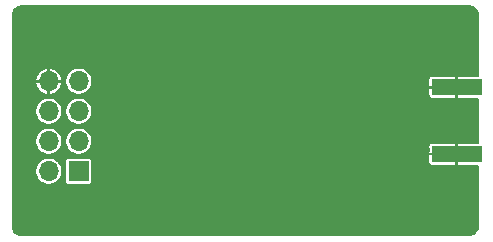
<source format=gbr>
%TF.GenerationSoftware,KiCad,Pcbnew,(5.1.6)-1*%
%TF.CreationDate,2020-08-19T15:04:17+02:00*%
%TF.ProjectId,nRF24module,6e524632-346d-46f6-9475-6c652e6b6963,1*%
%TF.SameCoordinates,Original*%
%TF.FileFunction,Copper,L2,Bot*%
%TF.FilePolarity,Positive*%
%FSLAX46Y46*%
G04 Gerber Fmt 4.6, Leading zero omitted, Abs format (unit mm)*
G04 Created by KiCad (PCBNEW (5.1.6)-1) date 2020-08-19 15:04:17*
%MOMM*%
%LPD*%
G01*
G04 APERTURE LIST*
%TA.AperFunction,ComponentPad*%
%ADD10O,1.700000X1.700000*%
%TD*%
%TA.AperFunction,ComponentPad*%
%ADD11R,1.700000X1.700000*%
%TD*%
%TA.AperFunction,SMDPad,CuDef*%
%ADD12R,4.200000X1.350000*%
%TD*%
%TA.AperFunction,ViaPad*%
%ADD13C,0.600000*%
%TD*%
%TA.AperFunction,Conductor*%
%ADD14C,0.200000*%
%TD*%
G04 APERTURE END LIST*
D10*
%TO.P,H1,8*%
%TO.N,GND*%
X122960000Y-98660000D03*
%TO.P,H1,7*%
%TO.N,+3V3*%
X125500000Y-98660000D03*
%TO.P,H1,6*%
%TO.N,CE*%
X122960000Y-101200000D03*
%TO.P,H1,5*%
%TO.N,CSn*%
X125500000Y-101200000D03*
%TO.P,H1,4*%
%TO.N,SCLK*%
X122960000Y-103740000D03*
%TO.P,H1,3*%
%TO.N,MOSI*%
X125500000Y-103740000D03*
%TO.P,H1,2*%
%TO.N,MISO*%
X122960000Y-106280000D03*
D11*
%TO.P,H1,1*%
%TO.N,IRQ*%
X125500000Y-106280000D03*
%TD*%
D12*
%TO.P,J1,2*%
%TO.N,GND*%
X157500000Y-99175000D03*
X157500000Y-104825000D03*
%TD*%
D13*
%TO.N,GND*%
X159000000Y-99000000D03*
X156000000Y-99000000D03*
X158500000Y-105000000D03*
X156500000Y-105000000D03*
X130500000Y-106000000D03*
X132500000Y-108000000D03*
X142700000Y-101200000D03*
X141800000Y-102100000D03*
X140000000Y-103500000D03*
X139000000Y-103500000D03*
X138000000Y-103500000D03*
X137000000Y-103500000D03*
X139000000Y-104500000D03*
X140000000Y-104500000D03*
X140000000Y-105500000D03*
X139000000Y-105500000D03*
X131800000Y-103000000D03*
X131800000Y-102100000D03*
X130600000Y-102100000D03*
X133000000Y-99000000D03*
X133000000Y-98000000D03*
X135000000Y-98000000D03*
X135000000Y-99000000D03*
X136000000Y-98000000D03*
X136000000Y-99000000D03*
X137000000Y-98000000D03*
X137000000Y-99000000D03*
X138000000Y-98000000D03*
X138000000Y-99000000D03*
X139000000Y-98000000D03*
X139000000Y-99000000D03*
X140000000Y-98000000D03*
X140000000Y-99000000D03*
X140000000Y-100000000D03*
X139000000Y-100000000D03*
X138000000Y-100000000D03*
X137000000Y-100000000D03*
X136000000Y-100000000D03*
X135000000Y-100000000D03*
X135000000Y-101000000D03*
X136000000Y-101000000D03*
X137000000Y-101000000D03*
X138000000Y-101000000D03*
X134000000Y-101000000D03*
X134000000Y-100000000D03*
X127000000Y-99000000D03*
X128000000Y-99000000D03*
X128000000Y-100000000D03*
X129000000Y-100000000D03*
X121000000Y-98000000D03*
X121000000Y-97000000D03*
X121000000Y-96000000D03*
X122000000Y-96000000D03*
X121000000Y-99000000D03*
X121000000Y-100000000D03*
X121000000Y-101000000D03*
X121000000Y-102000000D03*
X121000000Y-103000000D03*
X121000000Y-104000000D03*
X121000000Y-105000000D03*
X121000000Y-106000000D03*
X121000000Y-107000000D03*
X121000000Y-108000000D03*
X121000000Y-109000000D03*
X134000000Y-108500000D03*
X135000000Y-108500000D03*
X136000000Y-108500000D03*
X137000000Y-108500000D03*
X138000000Y-108500000D03*
X139000000Y-108500000D03*
X139000000Y-107500000D03*
X138000000Y-107500000D03*
X137000000Y-107500000D03*
X136000000Y-107500000D03*
X135000000Y-107500000D03*
X136000000Y-106500000D03*
X135000000Y-105500000D03*
X133500000Y-105000000D03*
X127500000Y-108000000D03*
X140000000Y-107500000D03*
X142000000Y-108500000D03*
X143000000Y-108500000D03*
X143000000Y-107500000D03*
X144000000Y-104500000D03*
X144000000Y-103500000D03*
X145000000Y-104500000D03*
X146000000Y-104500000D03*
X147000000Y-104500000D03*
X147000000Y-103500000D03*
X148000000Y-103500000D03*
X148000000Y-104500000D03*
X149000000Y-103500000D03*
X149000000Y-104500000D03*
X150000000Y-103500000D03*
X150000000Y-104500000D03*
X151000000Y-104500000D03*
X152000000Y-104500000D03*
X152000000Y-103500000D03*
X153000000Y-103500000D03*
X153000000Y-104500000D03*
X154000000Y-104500000D03*
X155000000Y-104500000D03*
X155000000Y-103500000D03*
X156000000Y-106500000D03*
X157000000Y-106500000D03*
X158000000Y-106500000D03*
X144000000Y-100000000D03*
X145000000Y-100000000D03*
X145000000Y-101000000D03*
X146000000Y-100000000D03*
X147000000Y-100000000D03*
X148000000Y-100000000D03*
X148000000Y-101000000D03*
X149000000Y-101000000D03*
X149000000Y-100000000D03*
X150000000Y-100000000D03*
X151000000Y-100000000D03*
X151000000Y-101000000D03*
X152000000Y-101000000D03*
X153000000Y-101000000D03*
X154000000Y-101000000D03*
X155000000Y-101000000D03*
X155000000Y-100000000D03*
X154000000Y-100000000D03*
X153000000Y-100000000D03*
X152000000Y-100000000D03*
X144000000Y-98000000D03*
X144000000Y-99000000D03*
X144000000Y-97000000D03*
X143000000Y-97000000D03*
X122000000Y-95000000D03*
X121000000Y-95000000D03*
X131000000Y-95000000D03*
X132000000Y-95000000D03*
X133000000Y-95000000D03*
X134000000Y-95000000D03*
X135000000Y-95000000D03*
X136000000Y-95000000D03*
X137000000Y-95000000D03*
X145000000Y-107000000D03*
X147500000Y-107000000D03*
X150000000Y-107000000D03*
X152500000Y-107000000D03*
X155000000Y-107000000D03*
X145000000Y-109500000D03*
X147500000Y-109500000D03*
X150000000Y-109500000D03*
X152500000Y-109500000D03*
X155000000Y-109500000D03*
X155000000Y-97000000D03*
X152500000Y-97000000D03*
X150000000Y-97000000D03*
X147500000Y-97000000D03*
X147500000Y-94500000D03*
X150000000Y-94500000D03*
X152500000Y-94500000D03*
X155000000Y-94500000D03*
X126250000Y-108000000D03*
X125000000Y-108000000D03*
X123750000Y-108000000D03*
X122000000Y-97000000D03*
X123000000Y-97000000D03*
X123000000Y-96000000D03*
X123000000Y-95000000D03*
X124000000Y-95000000D03*
X124000000Y-96000000D03*
X124000000Y-97000000D03*
X125000000Y-97000000D03*
X125000000Y-96000000D03*
X125000000Y-95000000D03*
X126250000Y-95000000D03*
X127250000Y-95000000D03*
X128250000Y-95000000D03*
X129500000Y-95000000D03*
X129500000Y-96000000D03*
X128250000Y-96000000D03*
X127250000Y-96000000D03*
X126250000Y-96000000D03*
X126250000Y-97000000D03*
X127250000Y-97000000D03*
X128250000Y-97000000D03*
X129500000Y-97000000D03*
%TD*%
D14*
%TO.N,GND*%
G36*
X158730805Y-92339384D02*
G01*
X158856629Y-92377373D01*
X158972675Y-92439076D01*
X159074532Y-92522148D01*
X159158310Y-92623418D01*
X159220819Y-92739027D01*
X159259686Y-92864586D01*
X159275001Y-93010295D01*
X159275000Y-98198784D01*
X157600000Y-98200000D01*
X157525000Y-98275000D01*
X157525000Y-99150000D01*
X157545000Y-99150000D01*
X157545000Y-99200000D01*
X157525000Y-99200000D01*
X157525000Y-100075000D01*
X157600000Y-100150000D01*
X159275000Y-100151216D01*
X159275000Y-103848784D01*
X157600000Y-103850000D01*
X157525000Y-103925000D01*
X157525000Y-104800000D01*
X157545000Y-104800000D01*
X157545000Y-104850000D01*
X157525000Y-104850000D01*
X157525000Y-105725000D01*
X157600000Y-105800000D01*
X159275000Y-105801216D01*
X159275001Y-110984094D01*
X159260616Y-111130805D01*
X159222627Y-111256629D01*
X159160924Y-111372675D01*
X159077853Y-111474531D01*
X158976586Y-111558307D01*
X158860973Y-111620819D01*
X158735410Y-111659687D01*
X158589716Y-111675000D01*
X120615896Y-111675000D01*
X120469195Y-111660616D01*
X120343371Y-111622627D01*
X120227325Y-111560924D01*
X120125469Y-111477853D01*
X120041693Y-111376586D01*
X119979181Y-111260973D01*
X119940313Y-111135410D01*
X119925000Y-110989716D01*
X119925000Y-106166735D01*
X121810000Y-106166735D01*
X121810000Y-106393265D01*
X121854194Y-106615443D01*
X121940884Y-106824729D01*
X122066737Y-107013082D01*
X122226918Y-107173263D01*
X122415271Y-107299116D01*
X122624557Y-107385806D01*
X122846735Y-107430000D01*
X123073265Y-107430000D01*
X123295443Y-107385806D01*
X123504729Y-107299116D01*
X123693082Y-107173263D01*
X123853263Y-107013082D01*
X123979116Y-106824729D01*
X124065806Y-106615443D01*
X124110000Y-106393265D01*
X124110000Y-106166735D01*
X124065806Y-105944557D01*
X123979116Y-105735271D01*
X123853263Y-105546918D01*
X123736345Y-105430000D01*
X124348549Y-105430000D01*
X124348549Y-107130000D01*
X124354341Y-107188810D01*
X124371496Y-107245360D01*
X124399353Y-107297477D01*
X124436842Y-107343158D01*
X124482523Y-107380647D01*
X124534640Y-107408504D01*
X124591190Y-107425659D01*
X124650000Y-107431451D01*
X126350000Y-107431451D01*
X126408810Y-107425659D01*
X126465360Y-107408504D01*
X126517477Y-107380647D01*
X126563158Y-107343158D01*
X126600647Y-107297477D01*
X126628504Y-107245360D01*
X126645659Y-107188810D01*
X126651451Y-107130000D01*
X126651451Y-105500000D01*
X155098548Y-105500000D01*
X155104340Y-105558810D01*
X155121495Y-105615361D01*
X155149352Y-105667478D01*
X155186841Y-105713159D01*
X155232522Y-105750648D01*
X155284639Y-105778505D01*
X155341190Y-105795660D01*
X155400000Y-105801452D01*
X157400000Y-105800000D01*
X157475000Y-105725000D01*
X157475000Y-104850000D01*
X155175000Y-104850000D01*
X155100000Y-104925000D01*
X155098548Y-105500000D01*
X126651451Y-105500000D01*
X126651451Y-105430000D01*
X126645659Y-105371190D01*
X126628504Y-105314640D01*
X126600647Y-105262523D01*
X126563158Y-105216842D01*
X126517477Y-105179353D01*
X126465360Y-105151496D01*
X126408810Y-105134341D01*
X126350000Y-105128549D01*
X124650000Y-105128549D01*
X124591190Y-105134341D01*
X124534640Y-105151496D01*
X124482523Y-105179353D01*
X124436842Y-105216842D01*
X124399353Y-105262523D01*
X124371496Y-105314640D01*
X124354341Y-105371190D01*
X124348549Y-105430000D01*
X123736345Y-105430000D01*
X123693082Y-105386737D01*
X123504729Y-105260884D01*
X123295443Y-105174194D01*
X123073265Y-105130000D01*
X122846735Y-105130000D01*
X122624557Y-105174194D01*
X122415271Y-105260884D01*
X122226918Y-105386737D01*
X122066737Y-105546918D01*
X121940884Y-105735271D01*
X121854194Y-105944557D01*
X121810000Y-106166735D01*
X119925000Y-106166735D01*
X119925000Y-103626735D01*
X121810000Y-103626735D01*
X121810000Y-103853265D01*
X121854194Y-104075443D01*
X121940884Y-104284729D01*
X122066737Y-104473082D01*
X122226918Y-104633263D01*
X122415271Y-104759116D01*
X122624557Y-104845806D01*
X122846735Y-104890000D01*
X123073265Y-104890000D01*
X123295443Y-104845806D01*
X123504729Y-104759116D01*
X123693082Y-104633263D01*
X123853263Y-104473082D01*
X123979116Y-104284729D01*
X124065806Y-104075443D01*
X124110000Y-103853265D01*
X124110000Y-103626735D01*
X124350000Y-103626735D01*
X124350000Y-103853265D01*
X124394194Y-104075443D01*
X124480884Y-104284729D01*
X124606737Y-104473082D01*
X124766918Y-104633263D01*
X124955271Y-104759116D01*
X125164557Y-104845806D01*
X125386735Y-104890000D01*
X125613265Y-104890000D01*
X125835443Y-104845806D01*
X126044729Y-104759116D01*
X126233082Y-104633263D01*
X126393263Y-104473082D01*
X126519116Y-104284729D01*
X126574923Y-104150000D01*
X155098548Y-104150000D01*
X155100000Y-104725000D01*
X155175000Y-104800000D01*
X157475000Y-104800000D01*
X157475000Y-103925000D01*
X157400000Y-103850000D01*
X155400000Y-103848548D01*
X155341190Y-103854340D01*
X155284639Y-103871495D01*
X155232522Y-103899352D01*
X155186841Y-103936841D01*
X155149352Y-103982522D01*
X155121495Y-104034639D01*
X155104340Y-104091190D01*
X155098548Y-104150000D01*
X126574923Y-104150000D01*
X126605806Y-104075443D01*
X126650000Y-103853265D01*
X126650000Y-103626735D01*
X126605806Y-103404557D01*
X126519116Y-103195271D01*
X126393263Y-103006918D01*
X126233082Y-102846737D01*
X126044729Y-102720884D01*
X125835443Y-102634194D01*
X125613265Y-102590000D01*
X125386735Y-102590000D01*
X125164557Y-102634194D01*
X124955271Y-102720884D01*
X124766918Y-102846737D01*
X124606737Y-103006918D01*
X124480884Y-103195271D01*
X124394194Y-103404557D01*
X124350000Y-103626735D01*
X124110000Y-103626735D01*
X124065806Y-103404557D01*
X123979116Y-103195271D01*
X123853263Y-103006918D01*
X123693082Y-102846737D01*
X123504729Y-102720884D01*
X123295443Y-102634194D01*
X123073265Y-102590000D01*
X122846735Y-102590000D01*
X122624557Y-102634194D01*
X122415271Y-102720884D01*
X122226918Y-102846737D01*
X122066737Y-103006918D01*
X121940884Y-103195271D01*
X121854194Y-103404557D01*
X121810000Y-103626735D01*
X119925000Y-103626735D01*
X119925000Y-101086735D01*
X121810000Y-101086735D01*
X121810000Y-101313265D01*
X121854194Y-101535443D01*
X121940884Y-101744729D01*
X122066737Y-101933082D01*
X122226918Y-102093263D01*
X122415271Y-102219116D01*
X122624557Y-102305806D01*
X122846735Y-102350000D01*
X123073265Y-102350000D01*
X123295443Y-102305806D01*
X123504729Y-102219116D01*
X123693082Y-102093263D01*
X123853263Y-101933082D01*
X123979116Y-101744729D01*
X124065806Y-101535443D01*
X124110000Y-101313265D01*
X124110000Y-101086735D01*
X124350000Y-101086735D01*
X124350000Y-101313265D01*
X124394194Y-101535443D01*
X124480884Y-101744729D01*
X124606737Y-101933082D01*
X124766918Y-102093263D01*
X124955271Y-102219116D01*
X125164557Y-102305806D01*
X125386735Y-102350000D01*
X125613265Y-102350000D01*
X125835443Y-102305806D01*
X126044729Y-102219116D01*
X126233082Y-102093263D01*
X126393263Y-101933082D01*
X126519116Y-101744729D01*
X126605806Y-101535443D01*
X126650000Y-101313265D01*
X126650000Y-101086735D01*
X126605806Y-100864557D01*
X126519116Y-100655271D01*
X126393263Y-100466918D01*
X126233082Y-100306737D01*
X126044729Y-100180884D01*
X125835443Y-100094194D01*
X125613265Y-100050000D01*
X125386735Y-100050000D01*
X125164557Y-100094194D01*
X124955271Y-100180884D01*
X124766918Y-100306737D01*
X124606737Y-100466918D01*
X124480884Y-100655271D01*
X124394194Y-100864557D01*
X124350000Y-101086735D01*
X124110000Y-101086735D01*
X124065806Y-100864557D01*
X123979116Y-100655271D01*
X123853263Y-100466918D01*
X123693082Y-100306737D01*
X123504729Y-100180884D01*
X123295443Y-100094194D01*
X123073265Y-100050000D01*
X122846735Y-100050000D01*
X122624557Y-100094194D01*
X122415271Y-100180884D01*
X122226918Y-100306737D01*
X122066737Y-100466918D01*
X121940884Y-100655271D01*
X121854194Y-100864557D01*
X121810000Y-101086735D01*
X119925000Y-101086735D01*
X119925000Y-99850000D01*
X155098548Y-99850000D01*
X155104340Y-99908810D01*
X155121495Y-99965361D01*
X155149352Y-100017478D01*
X155186841Y-100063159D01*
X155232522Y-100100648D01*
X155284639Y-100128505D01*
X155341190Y-100145660D01*
X155400000Y-100151452D01*
X157400000Y-100150000D01*
X157475000Y-100075000D01*
X157475000Y-99200000D01*
X155175000Y-99200000D01*
X155100000Y-99275000D01*
X155098548Y-99850000D01*
X119925000Y-99850000D01*
X119925000Y-98864549D01*
X121828338Y-98864549D01*
X121836203Y-98904091D01*
X121905416Y-99118643D01*
X122015156Y-99315569D01*
X122161206Y-99487302D01*
X122337953Y-99627243D01*
X122538605Y-99730013D01*
X122755451Y-99791663D01*
X122935000Y-99734729D01*
X122935000Y-98685000D01*
X122985000Y-98685000D01*
X122985000Y-99734729D01*
X123164549Y-99791663D01*
X123381395Y-99730013D01*
X123582047Y-99627243D01*
X123758794Y-99487302D01*
X123904844Y-99315569D01*
X124014584Y-99118643D01*
X124083797Y-98904091D01*
X124091662Y-98864549D01*
X124034709Y-98685000D01*
X122985000Y-98685000D01*
X122935000Y-98685000D01*
X121885291Y-98685000D01*
X121828338Y-98864549D01*
X119925000Y-98864549D01*
X119925000Y-98455451D01*
X121828338Y-98455451D01*
X121885291Y-98635000D01*
X122935000Y-98635000D01*
X122935000Y-97585271D01*
X122985000Y-97585271D01*
X122985000Y-98635000D01*
X124034709Y-98635000D01*
X124062706Y-98546735D01*
X124350000Y-98546735D01*
X124350000Y-98773265D01*
X124394194Y-98995443D01*
X124480884Y-99204729D01*
X124606737Y-99393082D01*
X124766918Y-99553263D01*
X124955271Y-99679116D01*
X125164557Y-99765806D01*
X125386735Y-99810000D01*
X125613265Y-99810000D01*
X125835443Y-99765806D01*
X126044729Y-99679116D01*
X126233082Y-99553263D01*
X126393263Y-99393082D01*
X126519116Y-99204729D01*
X126605806Y-98995443D01*
X126650000Y-98773265D01*
X126650000Y-98546735D01*
X126640704Y-98500000D01*
X155098548Y-98500000D01*
X155100000Y-99075000D01*
X155175000Y-99150000D01*
X157475000Y-99150000D01*
X157475000Y-98275000D01*
X157400000Y-98200000D01*
X155400000Y-98198548D01*
X155341190Y-98204340D01*
X155284639Y-98221495D01*
X155232522Y-98249352D01*
X155186841Y-98286841D01*
X155149352Y-98332522D01*
X155121495Y-98384639D01*
X155104340Y-98441190D01*
X155098548Y-98500000D01*
X126640704Y-98500000D01*
X126605806Y-98324557D01*
X126519116Y-98115271D01*
X126393263Y-97926918D01*
X126233082Y-97766737D01*
X126044729Y-97640884D01*
X125835443Y-97554194D01*
X125613265Y-97510000D01*
X125386735Y-97510000D01*
X125164557Y-97554194D01*
X124955271Y-97640884D01*
X124766918Y-97766737D01*
X124606737Y-97926918D01*
X124480884Y-98115271D01*
X124394194Y-98324557D01*
X124350000Y-98546735D01*
X124062706Y-98546735D01*
X124091662Y-98455451D01*
X124083797Y-98415909D01*
X124014584Y-98201357D01*
X123904844Y-98004431D01*
X123758794Y-97832698D01*
X123582047Y-97692757D01*
X123381395Y-97589987D01*
X123164549Y-97528337D01*
X122985000Y-97585271D01*
X122935000Y-97585271D01*
X122755451Y-97528337D01*
X122538605Y-97589987D01*
X122337953Y-97692757D01*
X122161206Y-97832698D01*
X122015156Y-98004431D01*
X121905416Y-98201357D01*
X121836203Y-98415909D01*
X121828338Y-98455451D01*
X119925000Y-98455451D01*
X119925000Y-93015897D01*
X119939384Y-92869195D01*
X119977373Y-92743371D01*
X120039076Y-92627325D01*
X120122148Y-92525468D01*
X120223418Y-92441690D01*
X120339027Y-92379181D01*
X120464586Y-92340314D01*
X120610285Y-92325000D01*
X158584103Y-92325000D01*
X158730805Y-92339384D01*
G37*
X158730805Y-92339384D02*
X158856629Y-92377373D01*
X158972675Y-92439076D01*
X159074532Y-92522148D01*
X159158310Y-92623418D01*
X159220819Y-92739027D01*
X159259686Y-92864586D01*
X159275001Y-93010295D01*
X159275000Y-98198784D01*
X157600000Y-98200000D01*
X157525000Y-98275000D01*
X157525000Y-99150000D01*
X157545000Y-99150000D01*
X157545000Y-99200000D01*
X157525000Y-99200000D01*
X157525000Y-100075000D01*
X157600000Y-100150000D01*
X159275000Y-100151216D01*
X159275000Y-103848784D01*
X157600000Y-103850000D01*
X157525000Y-103925000D01*
X157525000Y-104800000D01*
X157545000Y-104800000D01*
X157545000Y-104850000D01*
X157525000Y-104850000D01*
X157525000Y-105725000D01*
X157600000Y-105800000D01*
X159275000Y-105801216D01*
X159275001Y-110984094D01*
X159260616Y-111130805D01*
X159222627Y-111256629D01*
X159160924Y-111372675D01*
X159077853Y-111474531D01*
X158976586Y-111558307D01*
X158860973Y-111620819D01*
X158735410Y-111659687D01*
X158589716Y-111675000D01*
X120615896Y-111675000D01*
X120469195Y-111660616D01*
X120343371Y-111622627D01*
X120227325Y-111560924D01*
X120125469Y-111477853D01*
X120041693Y-111376586D01*
X119979181Y-111260973D01*
X119940313Y-111135410D01*
X119925000Y-110989716D01*
X119925000Y-106166735D01*
X121810000Y-106166735D01*
X121810000Y-106393265D01*
X121854194Y-106615443D01*
X121940884Y-106824729D01*
X122066737Y-107013082D01*
X122226918Y-107173263D01*
X122415271Y-107299116D01*
X122624557Y-107385806D01*
X122846735Y-107430000D01*
X123073265Y-107430000D01*
X123295443Y-107385806D01*
X123504729Y-107299116D01*
X123693082Y-107173263D01*
X123853263Y-107013082D01*
X123979116Y-106824729D01*
X124065806Y-106615443D01*
X124110000Y-106393265D01*
X124110000Y-106166735D01*
X124065806Y-105944557D01*
X123979116Y-105735271D01*
X123853263Y-105546918D01*
X123736345Y-105430000D01*
X124348549Y-105430000D01*
X124348549Y-107130000D01*
X124354341Y-107188810D01*
X124371496Y-107245360D01*
X124399353Y-107297477D01*
X124436842Y-107343158D01*
X124482523Y-107380647D01*
X124534640Y-107408504D01*
X124591190Y-107425659D01*
X124650000Y-107431451D01*
X126350000Y-107431451D01*
X126408810Y-107425659D01*
X126465360Y-107408504D01*
X126517477Y-107380647D01*
X126563158Y-107343158D01*
X126600647Y-107297477D01*
X126628504Y-107245360D01*
X126645659Y-107188810D01*
X126651451Y-107130000D01*
X126651451Y-105500000D01*
X155098548Y-105500000D01*
X155104340Y-105558810D01*
X155121495Y-105615361D01*
X155149352Y-105667478D01*
X155186841Y-105713159D01*
X155232522Y-105750648D01*
X155284639Y-105778505D01*
X155341190Y-105795660D01*
X155400000Y-105801452D01*
X157400000Y-105800000D01*
X157475000Y-105725000D01*
X157475000Y-104850000D01*
X155175000Y-104850000D01*
X155100000Y-104925000D01*
X155098548Y-105500000D01*
X126651451Y-105500000D01*
X126651451Y-105430000D01*
X126645659Y-105371190D01*
X126628504Y-105314640D01*
X126600647Y-105262523D01*
X126563158Y-105216842D01*
X126517477Y-105179353D01*
X126465360Y-105151496D01*
X126408810Y-105134341D01*
X126350000Y-105128549D01*
X124650000Y-105128549D01*
X124591190Y-105134341D01*
X124534640Y-105151496D01*
X124482523Y-105179353D01*
X124436842Y-105216842D01*
X124399353Y-105262523D01*
X124371496Y-105314640D01*
X124354341Y-105371190D01*
X124348549Y-105430000D01*
X123736345Y-105430000D01*
X123693082Y-105386737D01*
X123504729Y-105260884D01*
X123295443Y-105174194D01*
X123073265Y-105130000D01*
X122846735Y-105130000D01*
X122624557Y-105174194D01*
X122415271Y-105260884D01*
X122226918Y-105386737D01*
X122066737Y-105546918D01*
X121940884Y-105735271D01*
X121854194Y-105944557D01*
X121810000Y-106166735D01*
X119925000Y-106166735D01*
X119925000Y-103626735D01*
X121810000Y-103626735D01*
X121810000Y-103853265D01*
X121854194Y-104075443D01*
X121940884Y-104284729D01*
X122066737Y-104473082D01*
X122226918Y-104633263D01*
X122415271Y-104759116D01*
X122624557Y-104845806D01*
X122846735Y-104890000D01*
X123073265Y-104890000D01*
X123295443Y-104845806D01*
X123504729Y-104759116D01*
X123693082Y-104633263D01*
X123853263Y-104473082D01*
X123979116Y-104284729D01*
X124065806Y-104075443D01*
X124110000Y-103853265D01*
X124110000Y-103626735D01*
X124350000Y-103626735D01*
X124350000Y-103853265D01*
X124394194Y-104075443D01*
X124480884Y-104284729D01*
X124606737Y-104473082D01*
X124766918Y-104633263D01*
X124955271Y-104759116D01*
X125164557Y-104845806D01*
X125386735Y-104890000D01*
X125613265Y-104890000D01*
X125835443Y-104845806D01*
X126044729Y-104759116D01*
X126233082Y-104633263D01*
X126393263Y-104473082D01*
X126519116Y-104284729D01*
X126574923Y-104150000D01*
X155098548Y-104150000D01*
X155100000Y-104725000D01*
X155175000Y-104800000D01*
X157475000Y-104800000D01*
X157475000Y-103925000D01*
X157400000Y-103850000D01*
X155400000Y-103848548D01*
X155341190Y-103854340D01*
X155284639Y-103871495D01*
X155232522Y-103899352D01*
X155186841Y-103936841D01*
X155149352Y-103982522D01*
X155121495Y-104034639D01*
X155104340Y-104091190D01*
X155098548Y-104150000D01*
X126574923Y-104150000D01*
X126605806Y-104075443D01*
X126650000Y-103853265D01*
X126650000Y-103626735D01*
X126605806Y-103404557D01*
X126519116Y-103195271D01*
X126393263Y-103006918D01*
X126233082Y-102846737D01*
X126044729Y-102720884D01*
X125835443Y-102634194D01*
X125613265Y-102590000D01*
X125386735Y-102590000D01*
X125164557Y-102634194D01*
X124955271Y-102720884D01*
X124766918Y-102846737D01*
X124606737Y-103006918D01*
X124480884Y-103195271D01*
X124394194Y-103404557D01*
X124350000Y-103626735D01*
X124110000Y-103626735D01*
X124065806Y-103404557D01*
X123979116Y-103195271D01*
X123853263Y-103006918D01*
X123693082Y-102846737D01*
X123504729Y-102720884D01*
X123295443Y-102634194D01*
X123073265Y-102590000D01*
X122846735Y-102590000D01*
X122624557Y-102634194D01*
X122415271Y-102720884D01*
X122226918Y-102846737D01*
X122066737Y-103006918D01*
X121940884Y-103195271D01*
X121854194Y-103404557D01*
X121810000Y-103626735D01*
X119925000Y-103626735D01*
X119925000Y-101086735D01*
X121810000Y-101086735D01*
X121810000Y-101313265D01*
X121854194Y-101535443D01*
X121940884Y-101744729D01*
X122066737Y-101933082D01*
X122226918Y-102093263D01*
X122415271Y-102219116D01*
X122624557Y-102305806D01*
X122846735Y-102350000D01*
X123073265Y-102350000D01*
X123295443Y-102305806D01*
X123504729Y-102219116D01*
X123693082Y-102093263D01*
X123853263Y-101933082D01*
X123979116Y-101744729D01*
X124065806Y-101535443D01*
X124110000Y-101313265D01*
X124110000Y-101086735D01*
X124350000Y-101086735D01*
X124350000Y-101313265D01*
X124394194Y-101535443D01*
X124480884Y-101744729D01*
X124606737Y-101933082D01*
X124766918Y-102093263D01*
X124955271Y-102219116D01*
X125164557Y-102305806D01*
X125386735Y-102350000D01*
X125613265Y-102350000D01*
X125835443Y-102305806D01*
X126044729Y-102219116D01*
X126233082Y-102093263D01*
X126393263Y-101933082D01*
X126519116Y-101744729D01*
X126605806Y-101535443D01*
X126650000Y-101313265D01*
X126650000Y-101086735D01*
X126605806Y-100864557D01*
X126519116Y-100655271D01*
X126393263Y-100466918D01*
X126233082Y-100306737D01*
X126044729Y-100180884D01*
X125835443Y-100094194D01*
X125613265Y-100050000D01*
X125386735Y-100050000D01*
X125164557Y-100094194D01*
X124955271Y-100180884D01*
X124766918Y-100306737D01*
X124606737Y-100466918D01*
X124480884Y-100655271D01*
X124394194Y-100864557D01*
X124350000Y-101086735D01*
X124110000Y-101086735D01*
X124065806Y-100864557D01*
X123979116Y-100655271D01*
X123853263Y-100466918D01*
X123693082Y-100306737D01*
X123504729Y-100180884D01*
X123295443Y-100094194D01*
X123073265Y-100050000D01*
X122846735Y-100050000D01*
X122624557Y-100094194D01*
X122415271Y-100180884D01*
X122226918Y-100306737D01*
X122066737Y-100466918D01*
X121940884Y-100655271D01*
X121854194Y-100864557D01*
X121810000Y-101086735D01*
X119925000Y-101086735D01*
X119925000Y-99850000D01*
X155098548Y-99850000D01*
X155104340Y-99908810D01*
X155121495Y-99965361D01*
X155149352Y-100017478D01*
X155186841Y-100063159D01*
X155232522Y-100100648D01*
X155284639Y-100128505D01*
X155341190Y-100145660D01*
X155400000Y-100151452D01*
X157400000Y-100150000D01*
X157475000Y-100075000D01*
X157475000Y-99200000D01*
X155175000Y-99200000D01*
X155100000Y-99275000D01*
X155098548Y-99850000D01*
X119925000Y-99850000D01*
X119925000Y-98864549D01*
X121828338Y-98864549D01*
X121836203Y-98904091D01*
X121905416Y-99118643D01*
X122015156Y-99315569D01*
X122161206Y-99487302D01*
X122337953Y-99627243D01*
X122538605Y-99730013D01*
X122755451Y-99791663D01*
X122935000Y-99734729D01*
X122935000Y-98685000D01*
X122985000Y-98685000D01*
X122985000Y-99734729D01*
X123164549Y-99791663D01*
X123381395Y-99730013D01*
X123582047Y-99627243D01*
X123758794Y-99487302D01*
X123904844Y-99315569D01*
X124014584Y-99118643D01*
X124083797Y-98904091D01*
X124091662Y-98864549D01*
X124034709Y-98685000D01*
X122985000Y-98685000D01*
X122935000Y-98685000D01*
X121885291Y-98685000D01*
X121828338Y-98864549D01*
X119925000Y-98864549D01*
X119925000Y-98455451D01*
X121828338Y-98455451D01*
X121885291Y-98635000D01*
X122935000Y-98635000D01*
X122935000Y-97585271D01*
X122985000Y-97585271D01*
X122985000Y-98635000D01*
X124034709Y-98635000D01*
X124062706Y-98546735D01*
X124350000Y-98546735D01*
X124350000Y-98773265D01*
X124394194Y-98995443D01*
X124480884Y-99204729D01*
X124606737Y-99393082D01*
X124766918Y-99553263D01*
X124955271Y-99679116D01*
X125164557Y-99765806D01*
X125386735Y-99810000D01*
X125613265Y-99810000D01*
X125835443Y-99765806D01*
X126044729Y-99679116D01*
X126233082Y-99553263D01*
X126393263Y-99393082D01*
X126519116Y-99204729D01*
X126605806Y-98995443D01*
X126650000Y-98773265D01*
X126650000Y-98546735D01*
X126640704Y-98500000D01*
X155098548Y-98500000D01*
X155100000Y-99075000D01*
X155175000Y-99150000D01*
X157475000Y-99150000D01*
X157475000Y-98275000D01*
X157400000Y-98200000D01*
X155400000Y-98198548D01*
X155341190Y-98204340D01*
X155284639Y-98221495D01*
X155232522Y-98249352D01*
X155186841Y-98286841D01*
X155149352Y-98332522D01*
X155121495Y-98384639D01*
X155104340Y-98441190D01*
X155098548Y-98500000D01*
X126640704Y-98500000D01*
X126605806Y-98324557D01*
X126519116Y-98115271D01*
X126393263Y-97926918D01*
X126233082Y-97766737D01*
X126044729Y-97640884D01*
X125835443Y-97554194D01*
X125613265Y-97510000D01*
X125386735Y-97510000D01*
X125164557Y-97554194D01*
X124955271Y-97640884D01*
X124766918Y-97766737D01*
X124606737Y-97926918D01*
X124480884Y-98115271D01*
X124394194Y-98324557D01*
X124350000Y-98546735D01*
X124062706Y-98546735D01*
X124091662Y-98455451D01*
X124083797Y-98415909D01*
X124014584Y-98201357D01*
X123904844Y-98004431D01*
X123758794Y-97832698D01*
X123582047Y-97692757D01*
X123381395Y-97589987D01*
X123164549Y-97528337D01*
X122985000Y-97585271D01*
X122935000Y-97585271D01*
X122755451Y-97528337D01*
X122538605Y-97589987D01*
X122337953Y-97692757D01*
X122161206Y-97832698D01*
X122015156Y-98004431D01*
X121905416Y-98201357D01*
X121836203Y-98415909D01*
X121828338Y-98455451D01*
X119925000Y-98455451D01*
X119925000Y-93015897D01*
X119939384Y-92869195D01*
X119977373Y-92743371D01*
X120039076Y-92627325D01*
X120122148Y-92525468D01*
X120223418Y-92441690D01*
X120339027Y-92379181D01*
X120464586Y-92340314D01*
X120610285Y-92325000D01*
X158584103Y-92325000D01*
X158730805Y-92339384D01*
%TD*%
M02*

</source>
